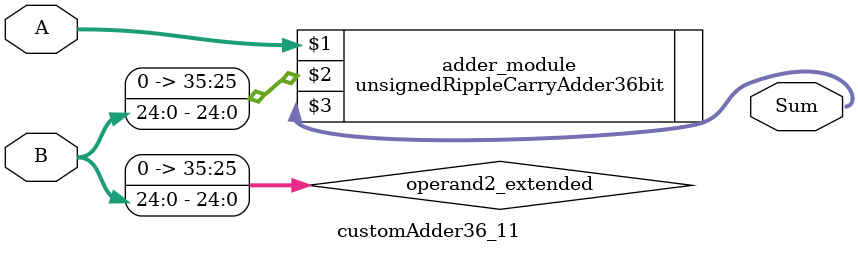
<source format=v>
module customAdder36_11(
                        input [35 : 0] A,
                        input [24 : 0] B,
                        
                        output [36 : 0] Sum
                );

        wire [35 : 0] operand2_extended;
        
        assign operand2_extended =  {11'b0, B};
        
        unsignedRippleCarryAdder36bit adder_module(
            A,
            operand2_extended,
            Sum
        );
        
        endmodule
        
</source>
